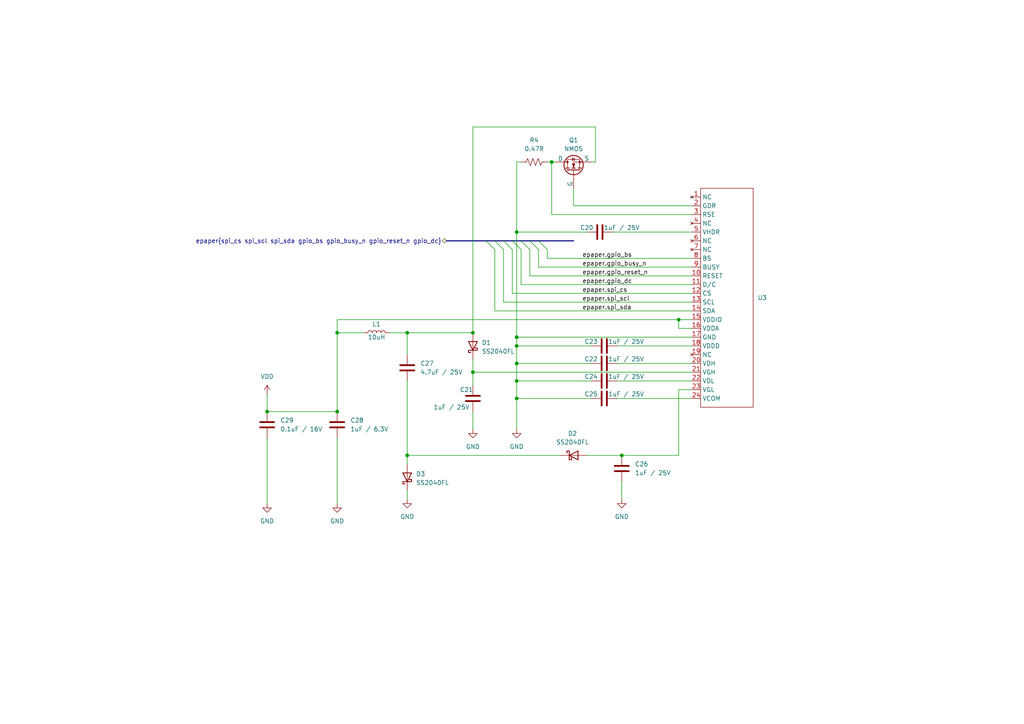
<source format=kicad_sch>
(kicad_sch (version 20230121) (generator eeschema)
  (paper "A4")
  (lib_symbols
    (symbol "Device:C" (pin_numbers hide) (pin_names (offset 0.254))
      (property "Reference" "C" (at 0.635 2.54 0))
      (property "Value" "C" (at 0.635 -2.54 0))
      (symbol "C_0_1"
        (polyline (pts (xy -2.032 -0.762) (xy 2.032 -0.762)) (stroke (width 0.508)))
        (polyline (pts (xy -2.032 0.762) (xy 2.032 0.762)) (stroke (width 0.508)))
      )
      (symbol "C_1_1"
        (pin passive line (at 0 3.81 270) (length 2.794) (name "~") (number "1"))
        (pin passive line (at 0 -3.81 90) (length 2.794) (name "~") (number "2"))
      )
    )
    (symbol "Device:R_US" (pin_numbers hide) (pin_names (offset 0))
      (property "Reference" "R" (at 2.54 0 90))
      (property "Value" "R_US" (at -2.54 0 90))
      (symbol "R_US_0_1"
        (polyline (pts (xy 0 -2.286) (xy 0 -2.54)))
        (polyline (pts (xy 0 2.286) (xy 0 2.54)))
        (polyline (pts (xy 0 -0.762) (xy 1.016 -1.143) (xy 0 -1.524) (xy -1.016 -1.905) (xy 0 -2.286)))
        (polyline (pts (xy 0 0.762) (xy 1.016 0.381) (xy 0 0) (xy -1.016 -0.381) (xy 0 -0.762)))
        (polyline (pts (xy 0 2.286) (xy 1.016 1.905) (xy 0 1.524) (xy -1.016 1.143) (xy 0 0.762)))
      )
      (symbol "R_US_1_1"
        (pin passive line (at 0 3.81 270) (length 1.27) (name "~") (number "1"))
        (pin passive line (at 0 -3.81 90) (length 1.27) (name "~") (number "2"))
      )
    )
    (symbol "NoahDisplays:E2154QS0F1"
      (property "Reference" "U" (at 0 0 0))
      (symbol "E2154QS0F1_0_0"
        (pin no_connect line (at 0 0 0) (length 2.54) (name "NC") (number "1"))
        (pin input line (at 0 -22.86 0) (length 2.54) (name "RESET") (number "10"))
        (pin input line (at 0 -25.4 0) (length 2.54) (name "D/C") (number "11"))
        (pin input line (at 0 -27.94 0) (length 2.54) (name "CS") (number "12"))
        (pin input line (at 0 -30.48 0) (length 2.54) (name "SCL") (number "13"))
        (pin input line (at 0 -33.02 0) (length 2.54) (name "SDA") (number "14"))
        (pin power_in line (at 0 -35.56 0) (length 2.54) (name "VDDIO") (number "15"))
        (pin power_in line (at 0 -38.1 0) (length 2.54) (name "VDDA") (number "16"))
        (pin power_in line (at 0 -40.64 0) (length 2.54) (name "GND") (number "17"))
        (pin power_in line (at 0 -43.18 0) (length 2.54) (name "VDDD") (number "18"))
        (pin no_connect line (at 0 -45.72 0) (length 2.54) (name "NC") (number "19"))
        (pin input line (at 0 -2.54 0) (length 2.54) (name "GDR") (number "2"))
        (pin power_in line (at 0 -48.26 0) (length 2.54) (name "VDH") (number "20"))
        (pin power_in line (at 0 -50.8 0) (length 2.54) (name "VGH") (number "21"))
        (pin power_in line (at 0 -53.34 0) (length 2.54) (name "VDL") (number "22"))
        (pin power_in line (at 0 -55.88 0) (length 2.54) (name "VGL") (number "23"))
        (pin power_in line (at 0 -58.42 0) (length 2.54) (name "VCOM") (number "24"))
        (pin input line (at 0 -5.08 0) (length 2.54) (name "RSE") (number "3"))
        (pin no_connect line (at 0 -7.62 0) (length 2.54) (name "NC") (number "4"))
        (pin power_in line (at 0 -10.16 0) (length 2.54) (name "VHDR") (number "5"))
        (pin no_connect line (at 0 -12.7 0) (length 2.54) (name "NC") (number "6"))
        (pin no_connect line (at 0 -15.24 0) (length 2.54) (name "NC") (number "7"))
        (pin power_in line (at 0 -17.78 0) (length 2.54) (name "BS") (number "8"))
        (pin output line (at 0 -20.32 0) (length 2.54) (name "BUSY") (number "9"))
      )
      (symbol "E2154QS0F1_0_1"
        (rectangle (start 2.54 2.54) (end 17.78 -60.96))
      )
    )
    (symbol "NoahLibrary:MCH3478" (pin_numbers hide) (pin_names (offset 0))
      (property "Reference" "Q1" (at 6.35 1.27 0))
      (property "Value" "NMOS" (at 6.35 -1.27 0))
      (symbol "MCH3478_0_1"
        (polyline (pts (xy 0.254 0) (xy -2.54 0)))
        (polyline (pts (xy 0.254 1.905) (xy 0.254 -1.905)) (stroke (width 0.254)))
        (polyline (pts (xy 0.762 -1.27) (xy 0.762 -2.286)) (stroke (width 0.254)))
        (polyline (pts (xy 0.762 0.508) (xy 0.762 -0.508)) (stroke (width 0.254)))
        (polyline (pts (xy 0.762 2.286) (xy 0.762 1.27)) (stroke (width 0.254)))
        (polyline (pts (xy 2.54 2.54) (xy 2.54 1.778)))
        (polyline (pts (xy 2.54 -2.54) (xy 2.54 0) (xy 0.762 0)))
        (polyline (pts (xy 0.762 -1.778) (xy 3.302 -1.778) (xy 3.302 1.778) (xy 0.762 1.778)))
        (polyline (pts (xy 1.016 0) (xy 2.032 0.381) (xy 2.032 -0.381) (xy 1.016 0)) (fill (type outline)))
        (polyline (pts (xy 2.794 0.508) (xy 2.921 0.381) (xy 3.683 0.381) (xy 3.81 0.254)))
        (polyline (pts (xy 3.302 0.381) (xy 2.921 -0.254) (xy 3.683 -0.254) (xy 3.302 0.381)))
        (circle (center 1.651 0) (radius 2.794) (stroke (width 0.254)))
        (circle (center 2.54 -1.778) (radius 0.254) (fill (type outline)))
        (circle (center 2.54 1.778) (radius 0.254) (fill (type outline)))
      )
      (symbol "MCH3478_1_1"
        (pin passive line (at 2.54 5.08 270) (length 2.54) (name "D") (number "1"))
        (pin input line (at -5.08 0 0) (length 2.54) (name "G") (number "2"))
        (pin passive line (at 2.54 -5.08 90) (length 2.54) (name "S") (number "3"))
      )
    )
    (symbol "NoahLibrary:SDR0302-100ML" (pin_numbers hide) (pin_names (offset 1.016) hide)
      (property "Reference" "L" (at -1.27 0 90))
      (property "Value" "L" (at 1.905 0 90))
      (symbol "SDR0302-100ML_0_1"
        (arc (start 0 -2.54) (mid 0.6323 -1.905) (end 0 -1.27))
        (arc (start 0 -1.27) (mid 0.6323 -0.635) (end 0 0))
        (arc (start 0 0) (mid 0.6323 0.635) (end 0 1.27))
        (arc (start 0 1.27) (mid 0.6323 1.905) (end 0 2.54))
      )
      (symbol "SDR0302-100ML_1_1"
        (pin passive line (at 0 3.81 270) (length 1.27) (name "1") (number "1"))
        (pin passive line (at 0 -3.81 90) (length 1.27) (name "2") (number "2"))
      )
    )
    (symbol "NoahLibrary:SS2040FL" (pin_numbers hide) (pin_names (offset 1.016) hide)
      (property "Reference" "D2" (at 0.9525 -2.54 90))
      (property "Value" "SS2040FL" (at -1.5875 -2.54 90))
      (symbol "SS2040FL_0_1"
        (polyline (pts (xy 1.27 0) (xy -1.27 0)))
        (polyline (pts (xy 1.27 1.27) (xy 1.27 -1.27) (xy -1.27 0) (xy 1.27 1.27)) (stroke (width 0.254)))
        (polyline (pts (xy -1.905 0.635) (xy -1.905 1.27) (xy -1.27 1.27) (xy -1.27 -1.27) (xy -0.635 -1.27) (xy -0.635 -0.635)) (stroke (width 0.254)))
      )
      (symbol "SS2040FL_1_1"
        (pin passive line (at -3.81 0 0) (length 2.54) (name "K") (number "1"))
        (pin passive line (at 3.81 0 180) (length 2.54) (name "A") (number "2"))
      )
    )
    (symbol "power:GND" (power) (pin_names (offset 0))
      (property "Value" "GND" (at 0 -3.81 0))
      (symbol "GND_0_1"
        (polyline (pts (xy 0 0) (xy 0 -1.27) (xy 1.27 -1.27) (xy 0 -2.54) (xy -1.27 -1.27) (xy 0 -1.27)))
      )
      (symbol "GND_1_1"
        (pin power_in line (at 0 0 270) (length 0) hide (name "GND") (number "1"))
      )
    )
    (symbol "power:VDD" (power) (pin_names (offset 0))
      (property "Value" "VDD" (at 0 3.81 0))
      (symbol "VDD_0_1"
        (polyline (pts (xy -0.762 1.27) (xy 0 2.54)))
        (polyline (pts (xy 0 0) (xy 0 2.54)))
        (polyline (pts (xy 0 2.54) (xy 0.762 1.27)))
      )
      (symbol "VDD_1_1"
        (pin power_in line (at 0 0 90) (length 0) hide (name "VDD") (number "1"))
      )
    )
  )
  (junction (at 118.11 132.08))
  (junction (at 97.79 96.52))
  (junction (at 137.16 107.95))
  (junction (at 149.86 105.41))
  (junction (at 149.86 97.79))
  (junction (at 149.86 100.33))
  (junction (at 180.34 132.08))
  (junction (at 196.85 92.71))
  (junction (at 160.02 46.99))
  (junction (at 137.16 96.52))
  (junction (at 149.86 110.49))
  (junction (at 149.86 115.57))
  (junction (at 77.47 119.38))
  (junction (at 149.86 67.31))
  (junction (at 118.11 96.52))
  (junction (at 97.79 119.38))
  (bus_entry (at 156.21 69.85) (size 2.54 2.54))
  (bus_entry (at 148.59 69.85) (size 2.54 2.54))
  (bus_entry (at 143.51 69.85) (size 2.54 2.54))
  (bus_entry (at 146.05 69.85) (size 2.54 2.54))
  (bus_entry (at 151.13 69.85) (size 2.54 2.54))
  (bus_entry (at 140.97 69.85) (size 2.54 2.54))
  (bus_entry (at 153.67 69.85) (size 2.54 2.54))
  (wire (pts (xy 153.67 72.39) (xy 153.67 80.01)))
  (wire (pts (xy 177.8 67.31) (xy 200.66 67.31)))
  (bus (pts (xy 129.54 69.85) (xy 140.97 69.85)))
  (wire (pts (xy 170.18 132.08) (xy 180.34 132.08)))
  (wire (pts (xy 118.11 102.87) (xy 118.11 96.52)))
  (wire (pts (xy 148.59 72.39) (xy 148.59 85.09)))
  (wire (pts (xy 113.03 96.52) (xy 118.11 96.52)))
  (wire (pts (xy 97.79 96.52) (xy 97.79 92.71)))
  (wire (pts (xy 179.07 100.33) (xy 200.66 100.33)))
  (wire (pts (xy 156.21 72.39) (xy 156.21 77.47)))
  (wire (pts (xy 149.86 105.41) (xy 149.86 110.49)))
  (wire (pts (xy 196.85 92.71) (xy 200.66 92.71)))
  (wire (pts (xy 118.11 142.24) (xy 118.11 144.78)))
  (wire (pts (xy 149.86 110.49) (xy 171.45 110.49)))
  (wire (pts (xy 118.11 134.62) (xy 118.11 132.08)))
  (wire (pts (xy 172.72 46.99) (xy 171.45 46.99)))
  (wire (pts (xy 149.86 115.57) (xy 171.45 115.57)))
  (wire (pts (xy 137.16 119.38) (xy 137.16 124.46)))
  (wire (pts (xy 179.07 105.41) (xy 200.66 105.41)))
  (wire (pts (xy 149.86 100.33) (xy 171.45 100.33)))
  (wire (pts (xy 143.51 72.39) (xy 143.51 90.17)))
  (wire (pts (xy 151.13 82.55) (xy 200.66 82.55)))
  (wire (pts (xy 149.86 67.31) (xy 149.86 97.79)))
  (wire (pts (xy 97.79 96.52) (xy 97.79 119.38)))
  (wire (pts (xy 105.41 96.52) (xy 97.79 96.52)))
  (wire (pts (xy 137.16 36.83) (xy 172.72 36.83)))
  (wire (pts (xy 149.86 97.79) (xy 149.86 100.33)))
  (wire (pts (xy 196.85 113.03) (xy 196.85 132.08)))
  (bus (pts (xy 151.13 69.85) (xy 153.67 69.85)))
  (bus (pts (xy 153.67 69.85) (xy 156.21 69.85)))
  (bus (pts (xy 156.21 69.85) (xy 166.37 69.85)))
  (wire (pts (xy 143.51 90.17) (xy 200.66 90.17)))
  (wire (pts (xy 149.86 46.99) (xy 151.13 46.99)))
  (wire (pts (xy 180.34 139.7) (xy 180.34 144.78)))
  (wire (pts (xy 77.47 119.38) (xy 97.79 119.38)))
  (wire (pts (xy 179.07 110.49) (xy 200.66 110.49)))
  (wire (pts (xy 196.85 95.25) (xy 200.66 95.25)))
  (wire (pts (xy 97.79 127) (xy 97.79 146.05)))
  (bus (pts (xy 146.05 69.85) (xy 148.59 69.85)))
  (wire (pts (xy 137.16 107.95) (xy 200.66 107.95)))
  (wire (pts (xy 97.79 92.71) (xy 196.85 92.71)))
  (wire (pts (xy 118.11 96.52) (xy 137.16 96.52)))
  (wire (pts (xy 118.11 132.08) (xy 162.56 132.08)))
  (wire (pts (xy 200.66 113.03) (xy 196.85 113.03)))
  (wire (pts (xy 149.86 105.41) (xy 171.45 105.41)))
  (wire (pts (xy 153.67 80.01) (xy 200.66 80.01)))
  (wire (pts (xy 137.16 107.95) (xy 137.16 111.76)))
  (wire (pts (xy 146.05 87.63) (xy 200.66 87.63)))
  (bus (pts (xy 143.51 69.85) (xy 146.05 69.85)))
  (wire (pts (xy 137.16 36.83) (xy 137.16 96.52)))
  (wire (pts (xy 158.75 46.99) (xy 160.02 46.99)))
  (wire (pts (xy 166.37 59.69) (xy 200.66 59.69)))
  (wire (pts (xy 77.47 127) (xy 77.47 146.05)))
  (wire (pts (xy 149.86 110.49) (xy 149.86 115.57)))
  (wire (pts (xy 166.37 59.69) (xy 166.37 54.61)))
  (wire (pts (xy 158.75 72.39) (xy 158.75 74.93)))
  (wire (pts (xy 149.86 100.33) (xy 149.86 105.41)))
  (wire (pts (xy 160.02 46.99) (xy 161.29 46.99)))
  (wire (pts (xy 149.86 67.31) (xy 170.18 67.31)))
  (wire (pts (xy 196.85 92.71) (xy 196.85 95.25)))
  (wire (pts (xy 196.85 132.08) (xy 180.34 132.08)))
  (wire (pts (xy 77.47 114.3) (xy 77.47 119.38)))
  (wire (pts (xy 200.66 62.23) (xy 160.02 62.23)))
  (bus (pts (xy 148.59 69.85) (xy 151.13 69.85)))
  (wire (pts (xy 179.07 115.57) (xy 200.66 115.57)))
  (wire (pts (xy 148.59 85.09) (xy 200.66 85.09)))
  (wire (pts (xy 149.86 46.99) (xy 149.86 67.31)))
  (wire (pts (xy 146.05 72.39) (xy 146.05 87.63)))
  (wire (pts (xy 172.72 36.83) (xy 172.72 46.99)))
  (wire (pts (xy 156.21 77.47) (xy 200.66 77.47)))
  (wire (pts (xy 149.86 97.79) (xy 200.66 97.79)))
  (wire (pts (xy 160.02 62.23) (xy 160.02 46.99)))
  (wire (pts (xy 158.75 74.93) (xy 200.66 74.93)))
  (wire (pts (xy 149.86 115.57) (xy 149.86 124.46)))
  (wire (pts (xy 151.13 72.39) (xy 151.13 82.55)))
  (bus (pts (xy 140.97 69.85) (xy 143.51 69.85)))
  (wire (pts (xy 118.11 110.49) (xy 118.11 132.08)))
  (wire (pts (xy 137.16 104.14) (xy 137.16 107.95)))
  (label "epaper.gpio_dc" (at 168.91 82.55 0))
  (label "epaper.spi_cs" (at 168.91 85.09 0))
  (label "epaper.gpio_busy_n" (at 168.91 77.47 0))
  (label "epaper.gpio_reset_n" (at 168.91 80.01 0))
  (label "epaper.gpio_bs" (at 168.91 74.93 0))
  (label "epaper.spi_sda" (at 168.91 90.17 0))
  (label "epaper.spi_scl" (at 168.91 87.63 0))
  (hierarchical_label "epaper{spi_cs spi_scl spi_sda gpio_bs gpio_busy_n gpio_reset_n gpio_dc}" (shape bidirectional) (at 129.54 69.85 180))
  (symbol (lib_id "Device:C") (at 173.99 67.31 90) (unit 1)
    (property "Reference" "C20" (at 170.18 66.04 90))
    (property "Value" "1uF / 25V" (at 180.34 66.04 90))
    (property "Footprint" "Capacitor_SMD:C_0603_1608Metric" (effects hide))
    (property "Link To Purchase" "https://www.mouser.com/ProductDetail/TDK/C1608X7R1E105K080AE?qs=nQSIdc08i%252BfyEFRFVNTRxQ%3D%3D" (effects hide))
    (property "Part Number" "C1608X7R1E105K080AE" (effects hide))
  )
  (symbol (lib_id "Device:C") (at 137.16 115.57 180) (unit 1)
    (property "Reference" "C21" (at 133.35 113.03 0) (effects (justify right)))
    (property "Value" "1uF / 25V" (at 125.73 118.11 0) (effects (justify right)))
    (property "Footprint" "Capacitor_SMD:C_0603_1608Metric" (effects hide))
    (property "Link To Purchase" "https://www.mouser.com/ProductDetail/TDK/C1608X7R1E105K080AE?qs=nQSIdc08i%252BfyEFRFVNTRxQ%3D%3D" (effects hide))
    (property "Part Number" "C1608X7R1E105K080AE" (effects hide))
  )
  (symbol (lib_id "NoahLibrary:MCH3478") (at 166.37 49.53 90) (unit 1)
    (property "Reference" "Q1" (at 166.37 40.64 90))
    (property "Value" "NMOS" (at 166.37 43.18 90))
    (property "Footprint" "Package_TO_SOT_SMD:SOT-323_SC-70" (effects hide))
    (property "Datasheet" "https://www.vishay.com/docs/63706/sq2348es.pdf" (effects hide))
    (property "Sim.Device" "NMOS" (effects hide))
    (property "Sim.Type" "VDMOS" (effects hide))
    (property "Sim.Pins" "1=D 2=G 3=S" (effects hide))
    (property "Part Number" "https://www.vishay.com/docs/63706/sq2348es.pdf" (effects hide))
    (property "Link To Purchase" "https://www.mouser.com/ProductDetail/Vishay-Siliconix/SQ2348ES-T1_BE3?qs=TiOZkKH1s2TNKlymt%252BRxUQ%3D%3D" (effects hide))
  )
  (symbol (lib_id "power:GND") (at 137.16 124.46 0) (unit 1)
    (property "Reference" "#PWR017" (effects hide))
    (property "Value" "GND" (at 137.16 129.54 0))
  )
  (symbol (lib_id "Device:C") (at 175.26 100.33 90) (unit 1)
    (property "Reference" "C23" (at 171.45 99.06 90))
    (property "Value" "1uF / 25V" (at 181.61 99.06 90))
    (property "Footprint" "Capacitor_SMD:C_0603_1608Metric" (effects hide))
    (property "Link To Purchase" "https://www.mouser.com/ProductDetail/TDK/C1608X7R1E105K080AE?qs=nQSIdc08i%252BfyEFRFVNTRxQ%3D%3D" (effects hide))
    (property "Part Number" "C1608X7R1E105K080AE" (effects hide))
  )
  (symbol (lib_id "Device:C") (at 180.34 135.89 180) (unit 1)
    (property "Reference" "C26" (at 184.15 134.62 0) (effects (justify right)))
    (property "Value" "1uF / 25V" (at 184.15 137.16 0) (effects (justify right)))
    (property "Footprint" "Capacitor_SMD:C_0603_1608Metric" (effects hide))
    (property "Link To Purchase" "https://www.mouser.com/ProductDetail/TDK/C1608X7R1E105K080AE?qs=nQSIdc08i%252BfyEFRFVNTRxQ%3D%3D" (effects hide))
    (property "Part Number" "C1608X7R1E105K080AE" (effects hide))
  )
  (symbol (lib_id "NoahLibrary:SS2040FL") (at 137.16 100.33 90) (unit 1)
    (property "Reference" "D1" (at 139.7 99.3775 90) (effects (justify right)))
    (property "Value" "SS2040FL" (at 139.7 101.9175 90) (effects (justify right)))
    (property "Footprint" "Diode_SMD:D_SOD-123" (effects hide))
    (property "Link To Purchase" "https://www.mouser.com/ProductDetail/Panjit/SS2040FL_R1_00001?qs=sPbYRqrBIVmCtoceM2y4%252BA%3D%3D" (effects hide))
    (property "Part Number" "SS2040FL_R1_00001" (effects hide))
  )
  (symbol (lib_id "Device:C") (at 97.79 123.19 0) (unit 1)
    (property "Reference" "C28" (at 101.6 121.92 0) (effects (justify left)))
    (property "Value" "1uF / 6.3V" (at 101.6 124.46 0) (effects (justify left)))
    (property "Footprint" "Capacitor_SMD:C_0201_0603Metric" (effects hide))
    (property "Link To Purchase" "https://www.mouser.com/ProductDetail/KYOCERA-AVX/KGM03BR50J105KH?qs=Jm2GQyTW%2Fbh0UgOJL%252BYuKA%3D%3D" (effects hide))
    (property "Part Number" "KGM03BR50J105KH" (effects hide))
  )
  (symbol (lib_id "Device:R_US") (at 154.94 46.99 90) (unit 1)
    (property "Reference" "R4" (at 154.94 40.64 90))
    (property "Value" "0.47R" (at 154.94 43.18 90))
    (property "Footprint" "Resistor_SMD:R_0805_2012Metric" (effects hide))
    (property "Link To Purchase" "https://www.mouser.com/ProductDetail/Panasonic/ERJ-U6QJR47V?qs=5aG0NVq1C4wLyK2PwyO%252BIA%3D%3D" (effects hide))
    (property "Part Number" "ERJ-U6QJR47V" (effects hide))
  )
  (symbol (lib_id "NoahLibrary:SS2040FL") (at 166.37 132.08 0) (unit 1)
    (property "Reference" "D2" (at 166.0525 125.73 0))
    (property "Value" "SS2040FL" (at 166.0525 128.27 0))
    (property "Footprint" "Diode_SMD:D_SOD-123" (effects hide))
    (property "Link To Purchase" "https://www.mouser.com/ProductDetail/Panjit/SS2040FL_R1_00001?qs=sPbYRqrBIVmCtoceM2y4%252BA%3D%3D" (effects hide))
    (property "Part Number" "SS2040FL_R1_00001" (effects hide))
  )
  (symbol (lib_id "NoahLibrary:SS2040FL") (at 118.11 138.43 90) (unit 1)
    (property "Reference" "D3" (at 120.65 137.4775 90) (effects (justify right)))
    (property "Value" "SS2040FL" (at 120.65 140.0175 90) (effects (justify right)))
    (property "Footprint" "Diode_SMD:D_SOD-123" (effects hide))
    (property "Link To Purchase" "https://www.mouser.com/ProductDetail/Panjit/SS2040FL_R1_00001?qs=sPbYRqrBIVmCtoceM2y4%252BA%3D%3D" (effects hide))
    (property "Part Number" "SS2040FL_R1_00001" (effects hide))
  )
  (symbol (lib_id "power:GND") (at 77.47 146.05 0) (unit 1)
    (property "Reference" "#PWR021" (effects hide))
    (property "Value" "GND" (at 77.47 151.13 0))
  )
  (symbol (lib_id "NoahLibrary:SDR0302-100ML") (at 109.22 96.52 90) (unit 1)
    (property "Reference" "L1" (at 109.22 93.98 90))
    (property "Value" "10uH" (at 109.22 97.79 90))
    (property "Footprint" "NoahFootprintLib:SDR0302" (effects hide))
    (property "Datasheet" "https://www.bourns.com/docs/Product-Datasheets/SDR0302.pdf" (effects hide))
    (property "Link To Purchase" "https://www.mouser.com/ProductDetail/Bourns/SDR0302-100ML?qs=%2FPiZ59IM4y3hIwSiSJTdWg%3D%3D" (effects hide))
    (property "Part Number" "SDR0302-100ML" (effects hide))
  )
  (symbol (lib_id "power:VDD") (at 77.47 114.3 0) (unit 1)
    (property "Reference" "#PWR022" (effects hide))
    (property "Value" "VDD" (at 77.47 109.22 0))
  )
  (symbol (lib_id "power:GND") (at 180.34 144.78 0) (unit 1)
    (property "Reference" "#PWR018" (effects hide))
    (property "Value" "GND" (at 180.34 149.86 0))
  )
  (symbol (lib_id "Device:C") (at 175.26 105.41 90) (unit 1)
    (property "Reference" "C22" (at 171.45 104.14 90))
    (property "Value" "1uF / 25V" (at 181.61 104.14 90))
    (property "Footprint" "Capacitor_SMD:C_0603_1608Metric" (effects hide))
    (property "Link To Purchase" "https://www.mouser.com/ProductDetail/TDK/C1608X7R1E105K080AE?qs=nQSIdc08i%252BfyEFRFVNTRxQ%3D%3D" (effects hide))
    (property "Part Number" "C1608X7R1E105K080AE" (effects hide))
  )
  (symbol (lib_id "power:GND") (at 149.86 124.46 0) (unit 1)
    (property "Reference" "#PWR016" (effects hide))
    (property "Value" "GND" (at 149.86 129.54 0))
  )
  (symbol (lib_id "Device:C") (at 77.47 123.19 0) (unit 1)
    (property "Reference" "C29" (at 81.28 121.92 0) (effects (justify left)))
    (property "Value" "0.1uF / 16V" (at 81.28 124.46 0) (effects (justify left)))
    (property "Footprint" "Capacitor_SMD:C_0201_0603Metric" (effects hide))
    (property "Link To Purchase" "https://www.mouser.com/ProductDetail/TAIYO-YUDEN/MSASE063SB5104KFNA01?qs=tlsG%2FOw5FFjCNflFa%252BdvhA%3D%3D" (effects hide))
    (property "Part Number" "MSASE063SB5104KFNA01" (effects hide))
  )
  (symbol (lib_id "NoahDisplays:E2154QS0F1") (at 200.66 57.15 0) (unit 1)
    (property "Reference" "U3" (at 219.71 86.36 0) (effects (justify left)))
    (property "Value" "~" (at 200.66 57.15 0))
    (property "Footprint" "NoahFootprintLib:E2154QS0F1" (effects hide))
    (property "Datasheet" "https://www.mouser.com/datasheet/2/1089/Pervasive_display_7_7_2023_1P364_00_01_E2154QS0F1_-3225712.pdf" (effects hide))
    (property "Link To Purchase" "https://www.mouser.com/ProductDetail/Pervasive-Displays/E2154QS0F1?qs=1Kr7Jg1SGW%2FIuaQ7Mtxwxg%3D%3D" (effects hide))
    (property "Part Number" "E2154QS0F1" (effects hide))
  )
  (symbol (lib_id "Device:C") (at 175.26 110.49 90) (unit 1)
    (property "Reference" "C24" (at 171.45 109.22 90))
    (property "Value" "1uF / 25V" (at 181.61 109.22 90))
    (property "Footprint" "Capacitor_SMD:C_0603_1608Metric" (effects hide))
    (property "Link To Purchase" "https://www.mouser.com/ProductDetail/TDK/C1608X7R1E105K080AE?qs=nQSIdc08i%252BfyEFRFVNTRxQ%3D%3D" (effects hide))
    (property "Part Number" "C1608X7R1E105K080AE" (effects hide))
  )
  (symbol (lib_id "power:GND") (at 118.11 144.78 0) (unit 1)
    (property "Reference" "#PWR019" (effects hide))
    (property "Value" "GND" (at 118.11 149.86 0))
  )
  (symbol (lib_id "Device:C") (at 175.26 115.57 90) (unit 1)
    (property "Reference" "C25" (at 171.45 114.3 90))
    (property "Value" "1uF / 25V" (at 181.61 114.3 90))
    (property "Footprint" "Capacitor_SMD:C_0603_1608Metric" (effects hide))
    (property "Link To Purchase" "https://www.mouser.com/ProductDetail/TDK/C1608X7R1E105K080AE?qs=nQSIdc08i%252BfyEFRFVNTRxQ%3D%3D" (effects hide))
    (property "Part Number" "C1608X7R1E105K080AE" (effects hide))
  )
  (symbol (lib_id "Device:C") (at 118.11 106.68 0) (unit 1)
    (property "Reference" "C27" (at 121.92 105.41 0) (effects (justify left)))
    (property "Value" "4.7uF / 25V" (at 121.92 107.95 0) (effects (justify left)))
    (property "Footprint" "Capacitor_SMD:C_0603_1608Metric" (effects hide))
    (property "Link To Purchase" "https://www.mouser.com/ProductDetail/TDK/C1608X5R1E475K080AC?qs=dfay7wIA1uHUGZGvnFtOyQ%3D%3D" (effects hide))
    (property "Part Number" "C1608X5R1E475K080AC" (effects hide))
  )
  (symbol (lib_id "power:GND") (at 97.79 146.05 0) (unit 1)
    (property "Reference" "#PWR020" (effects hide))
    (property "Value" "GND" (at 97.79 151.13 0))
  )
)
</source>
